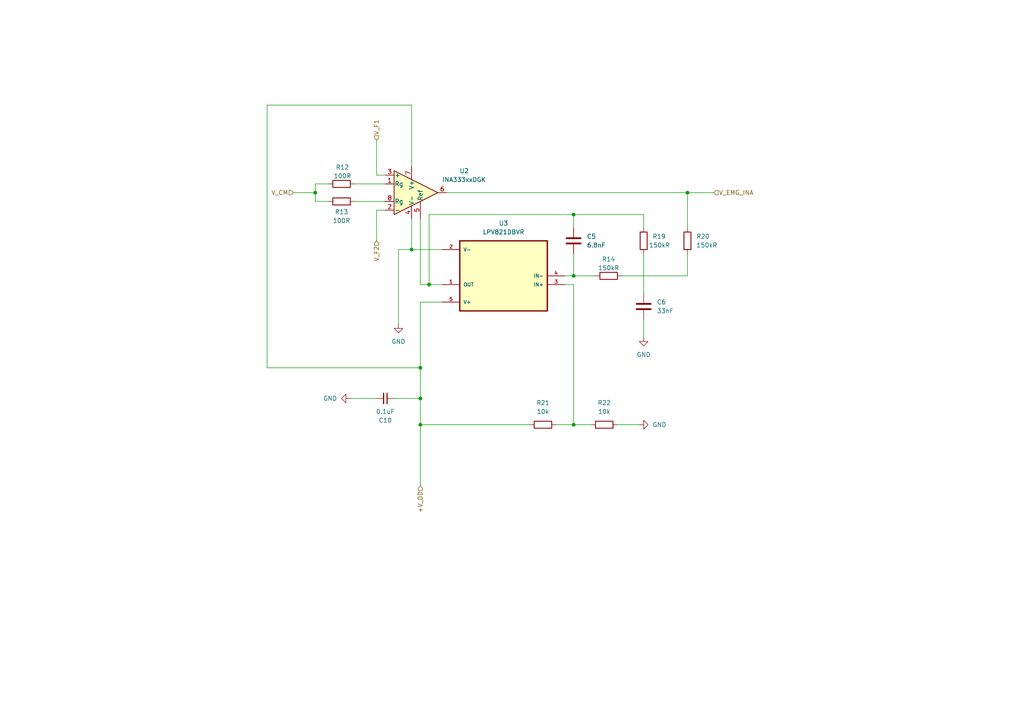
<source format=kicad_sch>
(kicad_sch (version 20231120) (generator "eeschema") (generator_version "8.0")
  (paper "A4")
  (lib_symbols
    (symbol "Amplifier_Instrumentation:INA333xxDGK" (pin_names (offset 0.127))
      (property "Reference" "U" (at 3.81 3.175 0))
      (property "Value" "INA333xxDGK" (at 3.81 -3.175 0))
      (symbol "INA333xxDGK_0_1"
        (polyline (pts (xy 7.62 0) (xy -5.08 6.35) (xy -5.08 -6.35) (xy 7.62 0)) (stroke (width 0.254)) (fill (type background)))
      )
      (symbol "INA333xxDGK_1_1"
        (pin passive line (at -7.62 2.54 0) (length 2.54) (name "Rg") (number "1"))
        (pin input line (at -7.62 -5.08 0) (length 2.54) (name "-") (number "2"))
        (pin input line (at -7.62 5.08 0) (length 2.54) (name "+") (number "3"))
        (pin power_in line (at 0 -7.62 90) (length 3.81) (name "V-") (number "4"))
        (pin input line (at 2.54 -7.62 90) (length 5.08) (name "Ref") (number "5"))
        (pin output line (at 10.16 0 180) (length 2.54) (name "~") (number "6"))
        (pin power_in line (at 0 7.62 270) (length 3.81) (name "V+") (number "7"))
        (pin passive line (at -7.62 -2.54 0) (length 2.54) (name "Rg") (number "8"))
      )
    )
    (symbol "Device:C" (pin_numbers hide) (pin_names (offset 0.254))
      (property "Reference" "C" (at 0.635 2.54 0))
      (property "Value" "C" (at 0.635 -2.54 0))
      (symbol "C_0_1"
        (polyline (pts (xy -2.032 -0.762) (xy 2.032 -0.762)) (stroke (width 0.508)))
        (polyline (pts (xy -2.032 0.762) (xy 2.032 0.762)) (stroke (width 0.508)))
      )
      (symbol "C_1_1"
        (pin passive line (at 0 3.81 270) (length 2.794) (name "~") (number "1"))
        (pin passive line (at 0 -3.81 90) (length 2.794) (name "~") (number "2"))
      )
    )
    (symbol "Device:C_Small" (pin_numbers hide) (pin_names (offset 0.254) hide)
      (property "Reference" "C" (at 0.254 1.778 0))
      (property "Value" "C_Small" (at 0.254 -2.032 0))
      (symbol "C_Small_0_1"
        (polyline (pts (xy -1.524 -0.508) (xy 1.524 -0.508)) (stroke (width 0.3302)))
        (polyline (pts (xy -1.524 0.508) (xy 1.524 0.508)) (stroke (width 0.3048)))
      )
      (symbol "C_Small_1_1"
        (pin passive line (at 0 2.54 270) (length 2.032) (name "~") (number "1"))
        (pin passive line (at 0 -2.54 90) (length 2.032) (name "~") (number "2"))
      )
    )
    (symbol "Device:R" (pin_numbers hide) (pin_names (offset 0))
      (property "Reference" "R" (at 2.032 0 90))
      (property "Value" "R" (at 0 0 90))
      (symbol "R_0_1"
        (rectangle (start -1.016 -2.54) (end 1.016 2.54) (stroke (width 0.254)))
      )
      (symbol "R_1_1"
        (pin passive line (at 0 3.81 270) (length 1.27) (name "~") (number "1"))
        (pin passive line (at 0 -3.81 90) (length 1.27) (name "~") (number "2"))
      )
    )
    (symbol "LPV821DBVR:LPV821DBVR" (pin_names (offset 1.016))
      (property "Reference" "U" (at -12.7 11.1506 0))
      (property "Value" "LPV821DBVR" (at -12.7 -14.1478 0))
      (symbol "LPV821DBVR_0_0"
        (rectangle (start -12.7 -10.16) (end 12.7 10.16) (stroke (width 0.4064)) (fill (type background)))
        (pin output line (at 17.78 2.54 180) (length 5.08) (name "OUT") (number "1"))
        (pin power_in line (at 17.78 -7.62 180) (length 5.08) (name "V-") (number "2"))
        (pin input line (at -17.78 2.54 0) (length 5.08) (name "IN+") (number "3"))
        (pin input line (at -17.78 0 0) (length 5.08) (name "IN-") (number "4"))
        (pin power_in line (at 17.78 7.62 180) (length 5.08) (name "V+") (number "5"))
      )
    )
    (symbol "power:GND" (power) (pin_numbers hide) (pin_names (offset 0) hide)
      (property "Value" "GND" (at 0 -3.81 0))
      (symbol "GND_0_1"
        (polyline (pts (xy 0 0) (xy 0 -1.27) (xy 1.27 -1.27) (xy 0 -2.54) (xy -1.27 -1.27) (xy 0 -1.27)))
      )
      (symbol "GND_1_1"
        (pin power_in line (at 0 0 270) (length 0) (name "~") (number "1"))
      )
    )
  )
  (junction (at 91.44 55.88))
  (junction (at 166.37 123.19))
  (junction (at 121.92 123.19))
  (junction (at 124.46 82.55))
  (junction (at 121.92 106.68))
  (junction (at 166.37 62.23))
  (junction (at 121.92 115.57))
  (junction (at 166.37 80.01))
  (junction (at 199.39 55.88))
  (junction (at 119.38 72.39))
  (wire (pts (xy 166.37 123.19) (xy 171.45 123.19)))
  (wire (pts (xy 128.27 87.63) (xy 121.92 87.63)))
  (wire (pts (xy 128.27 82.55) (xy 124.46 82.55)))
  (wire (pts (xy 109.22 69.85) (xy 109.22 60.96)))
  (wire (pts (xy 114.3 115.57) (xy 121.92 115.57)))
  (wire (pts (xy 109.22 50.8) (xy 111.76 50.8)))
  (wire (pts (xy 91.44 53.34) (xy 95.25 53.34)))
  (wire (pts (xy 121.92 123.19) (xy 121.92 140.97)))
  (wire (pts (xy 199.39 80.01) (xy 199.39 73.66)))
  (wire (pts (xy 128.27 72.39) (xy 119.38 72.39)))
  (wire (pts (xy 179.07 123.19) (xy 185.42 123.19)))
  (wire (pts (xy 163.83 80.01) (xy 166.37 80.01)))
  (wire (pts (xy 199.39 55.88) (xy 199.39 66.04)))
  (wire (pts (xy 199.39 55.88) (xy 207.01 55.88)))
  (wire (pts (xy 91.44 58.42) (xy 95.25 58.42)))
  (wire (pts (xy 186.69 73.66) (xy 186.69 85.09)))
  (wire (pts (xy 115.57 72.39) (xy 115.57 93.98)))
  (wire (pts (xy 166.37 62.23) (xy 166.37 66.04)))
  (wire (pts (xy 166.37 80.01) (xy 172.72 80.01)))
  (wire (pts (xy 119.38 72.39) (xy 115.57 72.39)))
  (wire (pts (xy 166.37 62.23) (xy 186.69 62.23)))
  (wire (pts (xy 109.22 40.64) (xy 109.22 50.8)))
  (wire (pts (xy 121.92 87.63) (xy 121.92 106.68)))
  (wire (pts (xy 91.44 55.88) (xy 91.44 53.34)))
  (wire (pts (xy 119.38 63.5) (xy 119.38 72.39)))
  (wire (pts (xy 186.69 92.71) (xy 186.69 97.79)))
  (wire (pts (xy 85.09 55.88) (xy 91.44 55.88)))
  (wire (pts (xy 121.92 106.68) (xy 121.92 115.57)))
  (wire (pts (xy 119.38 30.48) (xy 119.38 48.26)))
  (wire (pts (xy 91.44 55.88) (xy 91.44 58.42)))
  (wire (pts (xy 109.22 60.96) (xy 111.76 60.96)))
  (wire (pts (xy 121.92 123.19) (xy 153.67 123.19)))
  (wire (pts (xy 186.69 62.23) (xy 186.69 66.04)))
  (wire (pts (xy 121.92 82.55) (xy 121.92 63.5)))
  (wire (pts (xy 102.87 58.42) (xy 111.76 58.42)))
  (wire (pts (xy 180.34 80.01) (xy 199.39 80.01)))
  (wire (pts (xy 124.46 82.55) (xy 121.92 82.55)))
  (wire (pts (xy 121.92 106.68) (xy 77.47 106.68)))
  (wire (pts (xy 102.87 53.34) (xy 111.76 53.34)))
  (wire (pts (xy 77.47 30.48) (xy 119.38 30.48)))
  (wire (pts (xy 121.92 115.57) (xy 121.92 123.19)))
  (wire (pts (xy 161.29 123.19) (xy 166.37 123.19)))
  (wire (pts (xy 124.46 82.55) (xy 124.46 62.23)))
  (wire (pts (xy 124.46 62.23) (xy 166.37 62.23)))
  (wire (pts (xy 163.83 82.55) (xy 166.37 82.55)))
  (wire (pts (xy 77.47 106.68) (xy 77.47 30.48)))
  (wire (pts (xy 109.22 115.57) (xy 101.6 115.57)))
  (wire (pts (xy 129.54 55.88) (xy 199.39 55.88)))
  (wire (pts (xy 166.37 82.55) (xy 166.37 123.19)))
  (wire (pts (xy 166.37 73.66) (xy 166.37 80.01)))
  (hierarchical_label "V_CM" (shape input) (at 85.09 55.88 180))
  (hierarchical_label "V_EMG_INA" (shape input) (at 207.01 55.88 0))
  (hierarchical_label "+V_DD" (shape input) (at 121.92 140.97 270))
  (hierarchical_label "V_F2" (shape input) (at 109.22 69.85 270))
  (hierarchical_label "V_F1" (shape input) (at 109.22 40.64 90))
  (symbol (lib_id "power:GND") (at 186.69 97.79 0) (unit 1)
    (property "Reference" "#PWR014" (effects (hide yes)))
    (property "Value" "GND" (at 186.69 102.87 0))
    (property "Description" "Power symbol creates a global label with name \"GND\" , ground" (effects (hide yes)))
  )
  (symbol (lib_id "Device:R") (at 157.48 123.19 90) (unit 1)
    (property "Reference" "R21" (at 157.48 116.84 90))
    (property "Value" "10k" (at 157.48 119.38 90))
    (property "Footprint" "Resistor_SMD:R_0402_1005Metric" (effects (hide yes)))
    (property "Description" "Resistor" (effects (hide yes)))
  )
  (symbol (lib_id "Device:R") (at 99.06 58.42 90) (unit 1)
    (property "Reference" "R13" (at 99.06 61.468 90))
    (property "Value" "100R" (at 99.06 64.008 90))
    (property "Footprint" "Resistor_SMD:R_0402_1005Metric" (effects (hide yes)))
    (property "Description" "Resistor" (effects (hide yes)))
  )
  (symbol (lib_id "Device:C_Small") (at 111.76 115.57 270) (unit 1)
    (property "Reference" "C10" (at 111.7537 121.92 90))
    (property "Value" "0.1uF" (at 111.7537 119.38 90))
    (property "Footprint" "Capacitor_SMD:C_0805_2012Metric" (effects (hide yes)))
    (property "Description" "Unpolarized capacitor, small symbol" (effects (hide yes)))
  )
  (symbol (lib_id "power:GND") (at 185.42 123.19 90) (unit 1)
    (property "Reference" "#PWR016" (effects (hide yes)))
    (property "Value" "GND" (at 189.23 123.1899 90) (effects (justify right)))
    (property "Description" "Power symbol creates a global label with name \"GND\" , ground" (effects (hide yes)))
  )
  (symbol (lib_id "LPV821DBVR:LPV821DBVR") (at 146.05 80.01 180) (unit 1)
    (property "Reference" "U3" (at 146.05 64.77 0))
    (property "Value" "LPV821DBVR" (at 146.05 67.31 0))
    (property "Footprint" "Components:SOT95P280X145-5N" (effects (hide yes)))
    (property "MF" "Texas Instruments" (effects (hide yes)))
    (property "Description_1" "\\n650nA, Precision Zero-Drift Nanopower Amplifier\\n" (effects (hide yes)))
    (property "Package" "SOT-23-5 Texas Instruments" (effects (hide yes)))
    (property "Price" "None" (effects (hide yes)))
    (property "SnapEDA_Link" "https://www.snapeda.com/parts/LPV821DBVR/Texas+Instruments/view-part/?ref=snap" (effects (hide yes)))
    (property "MP" "LPV821DBVR" (effects (hide yes)))
    (property "Purchase-URL" "https://www.snapeda.com/api/url_track_click_mouser/?unipart_id=2773057&manufacturer=Texas Instruments&part_name=LPV821DBVR&search_term=None" (effects (hide yes)))
    (property "Availability" "In Stock" (effects (hide yes)))
    (property "Check_prices" "https://www.snapeda.com/parts/LPV821DBVR/Texas+Instruments/view-part/?ref=eda" (effects (hide yes)))
  )
  (symbol (lib_id "Device:R") (at 175.26 123.19 90) (unit 1)
    (property "Reference" "R22" (at 175.26 116.84 90))
    (property "Value" "10k" (at 175.26 119.38 90))
    (property "Footprint" "Resistor_SMD:R_0402_1005Metric" (effects (hide yes)))
    (property "Description" "Resistor" (effects (hide yes)))
  )
  (symbol (lib_id "Device:R") (at 199.39 69.85 180) (unit 1)
    (property "Reference" "R20" (at 201.93 68.5799 0) (effects (justify right)))
    (property "Value" "150kR" (at 201.93 71.1199 0) (effects (justify right)))
    (property "Footprint" "Resistor_SMD:R_0402_1005Metric" (effects (hide yes)))
    (property "Description" "Resistor" (effects (hide yes)))
  )
  (symbol (lib_id "Device:C") (at 186.69 88.9 0) (unit 1)
    (property "Reference" "C6" (at 190.5 87.6299 0) (effects (justify left)))
    (property "Value" "33nF" (at 190.5 90.1699 0) (effects (justify left)))
    (property "Footprint" "Capacitor_SMD:C_0805_2012Metric" (effects (hide yes)))
    (property "Description" "Unpolarized capacitor" (effects (hide yes)))
  )
  (symbol (lib_id "power:GND") (at 115.57 93.98 0) (unit 1)
    (property "Reference" "#PWR015" (effects (hide yes)))
    (property "Value" "GND" (at 115.57 99.06 0))
    (property "Description" "Power symbol creates a global label with name \"GND\" , ground" (effects (hide yes)))
  )
  (symbol (lib_id "power:GND") (at 101.6 115.57 270) (unit 1)
    (property "Reference" "#PWR010" (effects (hide yes)))
    (property "Value" "GND" (at 97.79 115.5701 90) (effects (justify right)))
    (property "Description" "Power symbol creates a global label with name \"GND\" , ground" (effects (hide yes)))
  )
  (symbol (lib_id "Device:R") (at 186.69 69.85 180) (unit 1)
    (property "Reference" "R19" (at 189.23 68.5799 0) (effects (justify right)))
    (property "Value" "150kR" (at 188.214 71.12 0) (effects (justify right)))
    (property "Footprint" "Resistor_SMD:R_0402_1005Metric" (effects (hide yes)))
    (property "Description" "Resistor" (effects (hide yes)))
  )
  (symbol (lib_id "Device:C") (at 166.37 69.85 0) (unit 1)
    (property "Reference" "C5" (at 170.18 68.5799 0) (effects (justify left)))
    (property "Value" "6.8nF" (at 170.18 71.1199 0) (effects (justify left)))
    (property "Footprint" "Capacitor_SMD:C_0603_1608Metric" (effects (hide yes)))
    (property "Description" "Unpolarized capacitor" (effects (hide yes)))
  )
  (symbol (lib_id "Device:R") (at 176.53 80.01 90) (unit 1)
    (property "Reference" "R14" (at 176.53 75.184 90))
    (property "Value" "150kR" (at 176.53 77.724 90))
    (property "Footprint" "Resistor_SMD:R_0402_1005Metric" (effects (hide yes)))
    (property "Description" "Resistor" (effects (hide yes)))
  )
  (symbol (lib_id "Device:R") (at 99.06 53.34 90) (unit 1)
    (property "Reference" "R12" (at 99.314 48.514 90))
    (property "Value" "100R" (at 99.314 51.054 90))
    (property "Footprint" "Resistor_SMD:R_0402_1005Metric" (effects (hide yes)))
    (property "Description" "Resistor" (effects (hide yes)))
  )
  (symbol (lib_id "Amplifier_Instrumentation:INA333xxDGK") (at 119.38 55.88 0) (unit 1)
    (property "Reference" "U2" (at 134.62 49.5614 0))
    (property "Value" "INA333xxDGK" (at 134.62 52.1014 0))
    (property "Footprint" "Package_SO:VSSOP-8_3x3mm_P0.65mm" (effects (hide yes)))
    (property "Datasheet" "https://www.ti.com/lit/ds/symlink/ina333.pdf" (effects (hide yes)))
    (property "Description" "Zero Drift, Micropower Instrumentation Amplifier G = 1 + 100kOhm/Rg, VSSOP-8" (effects (hide yes)))
  )
)
</source>
